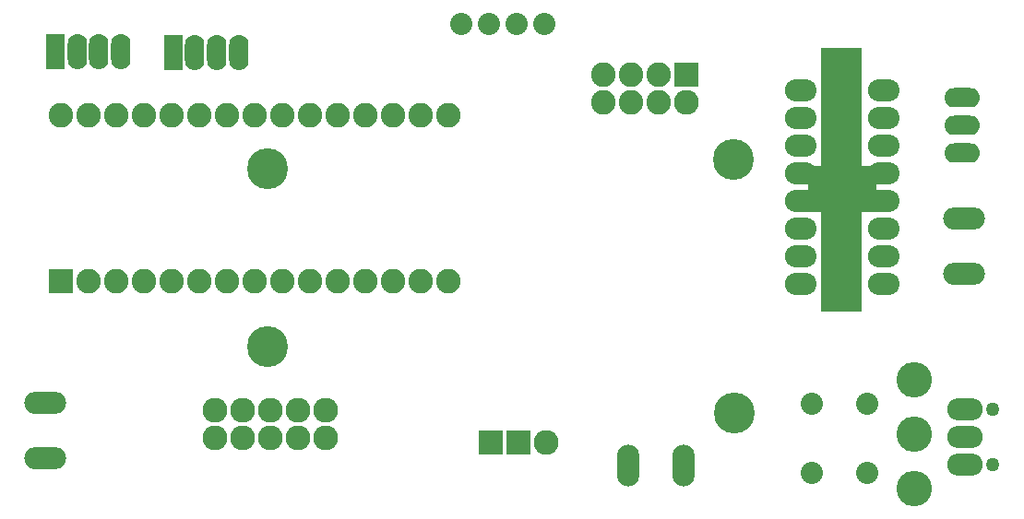
<source format=gbr>
G04 DesignSpark PCB Gerber Version 12.0 Build 5942*
%FSLAX35Y35*%
%MOIN*%
%ADD97O,0.07000X0.13000*%
%ADD87O,0.08050X0.15101*%
%ADD96R,0.07000X0.13000*%
%ADD82R,0.14780X0.95488*%
%ADD98R,0.08874X0.08874*%
%ADD90O,0.13000X0.07000*%
%ADD92O,0.15101X0.08050*%
%ADD85O,0.11400X0.08087*%
%ADD94O,0.12811X0.08087*%
%ADD95C,0.05000*%
%ADD91C,0.08000*%
%ADD89C,0.08874*%
%ADD86C,0.09000*%
%ADD81O,0.12811X0.12811*%
%ADD88R,0.08874X0.08874*%
%ADD93R,0.09000X0.09000*%
%ADD83C,0.14780*%
%ADD84R,0.24622X0.16748*%
X0Y0D02*
D02*
D81*
X364620Y43321D03*
Y63006D03*
Y82691D03*
D02*
D82*
X338045Y155014D03*
D02*
D83*
X130959Y94896D03*
Y159069D03*
X299069Y162612D03*
X299463Y70880D03*
D02*
D84*
X338400Y151785D03*
D02*
D85*
X323439Y117376D03*
Y127376D03*
Y137376D03*
Y147376D03*
Y157376D03*
Y167376D03*
Y177376D03*
Y187376D03*
X353439Y117376D03*
Y127376D03*
Y137376D03*
Y147376D03*
Y157376D03*
Y167376D03*
Y177376D03*
Y187376D03*
D02*
D86*
X111746Y61943D03*
Y71943D03*
X121746Y61943D03*
Y71943D03*
X131746Y61943D03*
Y71943D03*
X141746Y61943D03*
Y71943D03*
X151746Y61943D03*
Y71943D03*
X231549Y60053D03*
X282017Y183260D03*
D02*
D87*
X261116Y51726D03*
X281116D03*
D02*
D88*
X56267Y118587D03*
D02*
D89*
Y178587D03*
X66267Y118587D03*
Y178587D03*
X76267Y118587D03*
Y178587D03*
X86267Y118587D03*
Y178587D03*
X96267Y118587D03*
Y178587D03*
X106267Y118587D03*
Y178587D03*
X116267Y118587D03*
Y178587D03*
X126267Y118587D03*
Y178587D03*
X136267Y118587D03*
Y178587D03*
X146267Y118587D03*
Y178587D03*
X156267Y118587D03*
Y178587D03*
X166267Y118587D03*
Y178587D03*
X176267Y118587D03*
Y178587D03*
X186267Y118587D03*
Y178587D03*
X196267Y118587D03*
Y178587D03*
X252017Y183260D03*
Y193259D03*
X262017Y183260D03*
Y193259D03*
X272017Y183260D03*
Y193259D03*
D02*
D90*
X381904Y164817D03*
Y174817D03*
Y184817D03*
D02*
D91*
X200683Y211608D03*
X210683D03*
X220683D03*
X230683D03*
X327455Y49030D03*
Y74030D03*
X347455Y49030D03*
Y74030D03*
D02*
D92*
X50506Y54581D03*
Y74581D03*
X382474Y120998D03*
Y140998D03*
D02*
D93*
X282017Y193259D03*
D02*
D94*
X382848Y52219D03*
Y62219D03*
Y72219D03*
D02*
D95*
X392848Y52219D03*
Y72219D03*
D02*
D96*
X54187Y201589D03*
X96707Y201195D03*
D02*
D97*
X62061Y201589D03*
X69935D03*
X77809D03*
X104581Y201195D03*
X112455D03*
X120329D03*
D02*
D98*
X211549Y60053D03*
X221549D03*
X0Y0D02*
M02*

</source>
